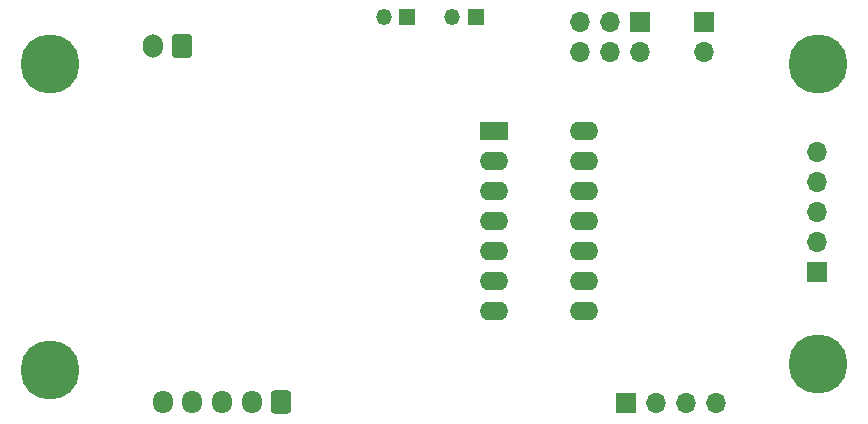
<source format=gbr>
%TF.GenerationSoftware,KiCad,Pcbnew,8.0.5*%
%TF.CreationDate,2024-10-11T14:34:10+02:00*%
%TF.ProjectId,SMD-Loetstation,534d442d-4c6f-4657-9473-746174696f6e,rev?*%
%TF.SameCoordinates,Original*%
%TF.FileFunction,Soldermask,Bot*%
%TF.FilePolarity,Negative*%
%FSLAX46Y46*%
G04 Gerber Fmt 4.6, Leading zero omitted, Abs format (unit mm)*
G04 Created by KiCad (PCBNEW 8.0.5) date 2024-10-11 14:34:10*
%MOMM*%
%LPD*%
G01*
G04 APERTURE LIST*
G04 Aperture macros list*
%AMRoundRect*
0 Rectangle with rounded corners*
0 $1 Rounding radius*
0 $2 $3 $4 $5 $6 $7 $8 $9 X,Y pos of 4 corners*
0 Add a 4 corners polygon primitive as box body*
4,1,4,$2,$3,$4,$5,$6,$7,$8,$9,$2,$3,0*
0 Add four circle primitives for the rounded corners*
1,1,$1+$1,$2,$3*
1,1,$1+$1,$4,$5*
1,1,$1+$1,$6,$7*
1,1,$1+$1,$8,$9*
0 Add four rect primitives between the rounded corners*
20,1,$1+$1,$2,$3,$4,$5,0*
20,1,$1+$1,$4,$5,$6,$7,0*
20,1,$1+$1,$6,$7,$8,$9,0*
20,1,$1+$1,$8,$9,$2,$3,0*%
G04 Aperture macros list end*
%ADD10C,5.000000*%
%ADD11R,1.700000X1.700000*%
%ADD12O,1.700000X1.700000*%
%ADD13R,1.350000X1.350000*%
%ADD14O,1.350000X1.350000*%
%ADD15RoundRect,0.250000X0.600000X0.750000X-0.600000X0.750000X-0.600000X-0.750000X0.600000X-0.750000X0*%
%ADD16O,1.700000X2.000000*%
%ADD17R,2.400000X1.600000*%
%ADD18O,2.400000X1.600000*%
%ADD19RoundRect,0.250000X0.600000X0.725000X-0.600000X0.725000X-0.600000X-0.725000X0.600000X-0.725000X0*%
%ADD20O,1.700000X1.950000*%
G04 APERTURE END LIST*
D10*
%TO.C,H1*%
X104648000Y-78740000D03*
%TD*%
D11*
%TO.C,J2*%
X153416000Y-107416600D03*
D12*
X155956000Y-107416600D03*
X158496000Y-107416600D03*
X161036000Y-107416600D03*
%TD*%
D11*
%TO.C,J8*%
X160020000Y-75184000D03*
D12*
X160020000Y-77724000D03*
%TD*%
D13*
%TO.C,J4*%
X140684000Y-74803000D03*
D14*
X138684000Y-74803000D03*
%TD*%
D10*
%TO.C,H3*%
X104648000Y-104648000D03*
%TD*%
D11*
%TO.C,J7*%
X154559000Y-75184000D03*
D12*
X154559000Y-77724000D03*
X152019000Y-75184000D03*
X152019000Y-77724000D03*
X149479000Y-75184000D03*
X149479000Y-77724000D03*
%TD*%
D15*
%TO.C,J1*%
X115824000Y-77216000D03*
D16*
X113324000Y-77216000D03*
%TD*%
D17*
%TO.C,U3*%
X142240000Y-84455000D03*
D18*
X142240000Y-86995000D03*
X142240000Y-89535000D03*
X142240000Y-92075000D03*
X142240000Y-94615000D03*
X142240000Y-97155000D03*
X142240000Y-99695000D03*
X149860000Y-99695000D03*
X149860000Y-97155000D03*
X149860000Y-94615000D03*
X149860000Y-92075000D03*
X149860000Y-89535000D03*
X149860000Y-86995000D03*
X149860000Y-84455000D03*
%TD*%
D10*
%TO.C,H2*%
X169672000Y-104140000D03*
%TD*%
D13*
%TO.C,J3*%
X134874000Y-74803000D03*
D14*
X132874000Y-74803000D03*
%TD*%
D11*
%TO.C,J5*%
X169545000Y-96393000D03*
D12*
X169545000Y-93853000D03*
X169545000Y-91313000D03*
X169545000Y-88773000D03*
X169545000Y-86233000D03*
%TD*%
D10*
%TO.C,H4*%
X169672000Y-78740000D03*
%TD*%
D19*
%TO.C,J6*%
X124191400Y-107391200D03*
D20*
X121691400Y-107391200D03*
X119191400Y-107391200D03*
X116691400Y-107391200D03*
X114191400Y-107391200D03*
%TD*%
M02*

</source>
